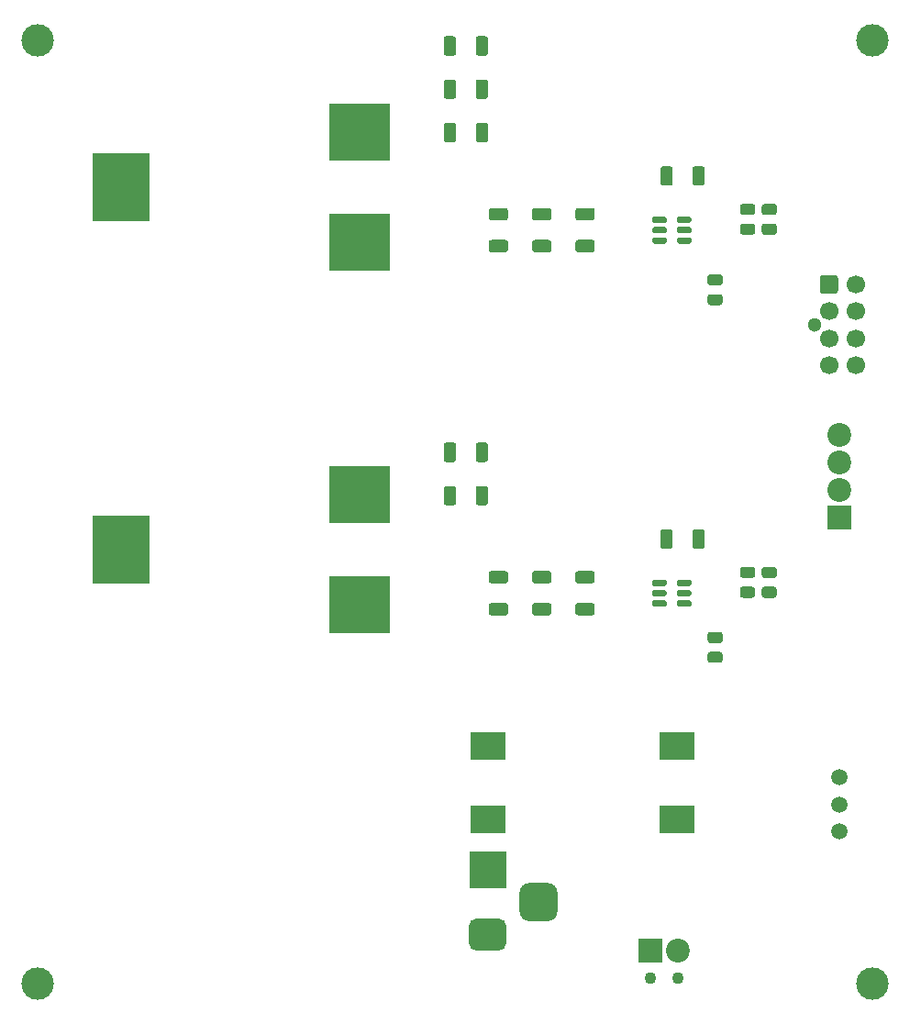
<source format=gbr>
%TF.GenerationSoftware,KiCad,Pcbnew,(5.1.8)-1*%
%TF.CreationDate,2021-03-29T13:59:47+02:00*%
%TF.ProjectId,GCM_powerSupply,47434d5f-706f-4776-9572-537570706c79,V1.0*%
%TF.SameCoordinates,PX43b5fc0PY29020c0*%
%TF.FileFunction,Soldermask,Top*%
%TF.FilePolarity,Negative*%
%FSLAX46Y46*%
G04 Gerber Fmt 4.6, Leading zero omitted, Abs format (unit mm)*
G04 Created by KiCad (PCBNEW (5.1.8)-1) date 2021-03-29 13:59:47*
%MOMM*%
%LPD*%
G01*
G04 APERTURE LIST*
%ADD10R,3.300000X2.500000*%
%ADD11R,2.200000X2.200000*%
%ADD12C,1.100000*%
%ADD13C,2.200000*%
%ADD14R,3.500000X3.500000*%
%ADD15C,1.700000*%
%ADD16C,1.300000*%
%ADD17R,5.280000X6.350000*%
%ADD18R,5.590000X5.330000*%
%ADD19C,3.000000*%
%ADD20C,1.500000*%
G04 APERTURE END LIST*
%TO.C,C1*%
G36*
G01*
X47150001Y-54100000D02*
X45849999Y-54100000D01*
G75*
G02*
X45600000Y-53850001I0J249999D01*
G01*
X45600000Y-53199999D01*
G75*
G02*
X45849999Y-52950000I249999J0D01*
G01*
X47150001Y-52950000D01*
G75*
G02*
X47400000Y-53199999I0J-249999D01*
G01*
X47400000Y-53850001D01*
G75*
G02*
X47150001Y-54100000I-249999J0D01*
G01*
G37*
G36*
G01*
X47150001Y-57050000D02*
X45849999Y-57050000D01*
G75*
G02*
X45600000Y-56800001I0J249999D01*
G01*
X45600000Y-56149999D01*
G75*
G02*
X45849999Y-55900000I249999J0D01*
G01*
X47150001Y-55900000D01*
G75*
G02*
X47400000Y-56149999I0J-249999D01*
G01*
X47400000Y-56800001D01*
G75*
G02*
X47150001Y-57050000I-249999J0D01*
G01*
G37*
%TD*%
%TO.C,C2*%
G36*
G01*
X47150001Y-23550000D02*
X45849999Y-23550000D01*
G75*
G02*
X45600000Y-23300001I0J249999D01*
G01*
X45600000Y-22649999D01*
G75*
G02*
X45849999Y-22400000I249999J0D01*
G01*
X47150001Y-22400000D01*
G75*
G02*
X47400000Y-22649999I0J-249999D01*
G01*
X47400000Y-23300001D01*
G75*
G02*
X47150001Y-23550000I-249999J0D01*
G01*
G37*
G36*
G01*
X47150001Y-20600000D02*
X45849999Y-20600000D01*
G75*
G02*
X45600000Y-20350001I0J249999D01*
G01*
X45600000Y-19699999D01*
G75*
G02*
X45849999Y-19450000I249999J0D01*
G01*
X47150001Y-19450000D01*
G75*
G02*
X47400000Y-19699999I0J-249999D01*
G01*
X47400000Y-20350001D01*
G75*
G02*
X47150001Y-20600000I-249999J0D01*
G01*
G37*
%TD*%
%TO.C,C3*%
G36*
G01*
X55150001Y-57050000D02*
X53849999Y-57050000D01*
G75*
G02*
X53600000Y-56800001I0J249999D01*
G01*
X53600000Y-56149999D01*
G75*
G02*
X53849999Y-55900000I249999J0D01*
G01*
X55150001Y-55900000D01*
G75*
G02*
X55400000Y-56149999I0J-249999D01*
G01*
X55400000Y-56800001D01*
G75*
G02*
X55150001Y-57050000I-249999J0D01*
G01*
G37*
G36*
G01*
X55150001Y-54100000D02*
X53849999Y-54100000D01*
G75*
G02*
X53600000Y-53850001I0J249999D01*
G01*
X53600000Y-53199999D01*
G75*
G02*
X53849999Y-52950000I249999J0D01*
G01*
X55150001Y-52950000D01*
G75*
G02*
X55400000Y-53199999I0J-249999D01*
G01*
X55400000Y-53850001D01*
G75*
G02*
X55150001Y-54100000I-249999J0D01*
G01*
G37*
%TD*%
%TO.C,C4*%
G36*
G01*
X55150001Y-20600000D02*
X53849999Y-20600000D01*
G75*
G02*
X53600000Y-20350001I0J249999D01*
G01*
X53600000Y-19699999D01*
G75*
G02*
X53849999Y-19450000I249999J0D01*
G01*
X55150001Y-19450000D01*
G75*
G02*
X55400000Y-19699999I0J-249999D01*
G01*
X55400000Y-20350001D01*
G75*
G02*
X55150001Y-20600000I-249999J0D01*
G01*
G37*
G36*
G01*
X55150001Y-23550000D02*
X53849999Y-23550000D01*
G75*
G02*
X53600000Y-23300001I0J249999D01*
G01*
X53600000Y-22649999D01*
G75*
G02*
X53849999Y-22400000I249999J0D01*
G01*
X55150001Y-22400000D01*
G75*
G02*
X55400000Y-22649999I0J-249999D01*
G01*
X55400000Y-23300001D01*
G75*
G02*
X55150001Y-23550000I-249999J0D01*
G01*
G37*
%TD*%
%TO.C,C5*%
G36*
G01*
X51150001Y-54100000D02*
X49849999Y-54100000D01*
G75*
G02*
X49600000Y-53850001I0J249999D01*
G01*
X49600000Y-53199999D01*
G75*
G02*
X49849999Y-52950000I249999J0D01*
G01*
X51150001Y-52950000D01*
G75*
G02*
X51400000Y-53199999I0J-249999D01*
G01*
X51400000Y-53850001D01*
G75*
G02*
X51150001Y-54100000I-249999J0D01*
G01*
G37*
G36*
G01*
X51150001Y-57050000D02*
X49849999Y-57050000D01*
G75*
G02*
X49600000Y-56800001I0J249999D01*
G01*
X49600000Y-56149999D01*
G75*
G02*
X49849999Y-55900000I249999J0D01*
G01*
X51150001Y-55900000D01*
G75*
G02*
X51400000Y-56149999I0J-249999D01*
G01*
X51400000Y-56800001D01*
G75*
G02*
X51150001Y-57050000I-249999J0D01*
G01*
G37*
%TD*%
%TO.C,C6*%
G36*
G01*
X51150001Y-23550000D02*
X49849999Y-23550000D01*
G75*
G02*
X49600000Y-23300001I0J249999D01*
G01*
X49600000Y-22649999D01*
G75*
G02*
X49849999Y-22400000I249999J0D01*
G01*
X51150001Y-22400000D01*
G75*
G02*
X51400000Y-22649999I0J-249999D01*
G01*
X51400000Y-23300001D01*
G75*
G02*
X51150001Y-23550000I-249999J0D01*
G01*
G37*
G36*
G01*
X51150001Y-20600000D02*
X49849999Y-20600000D01*
G75*
G02*
X49600000Y-20350001I0J249999D01*
G01*
X49600000Y-19699999D01*
G75*
G02*
X49849999Y-19450000I249999J0D01*
G01*
X51150001Y-19450000D01*
G75*
G02*
X51400000Y-19699999I0J-249999D01*
G01*
X51400000Y-20350001D01*
G75*
G02*
X51150001Y-20600000I-249999J0D01*
G01*
G37*
%TD*%
%TO.C,C7*%
G36*
G01*
X61450000Y-50650001D02*
X61450000Y-49349999D01*
G75*
G02*
X61699999Y-49100000I249999J0D01*
G01*
X62350001Y-49100000D01*
G75*
G02*
X62600000Y-49349999I0J-249999D01*
G01*
X62600000Y-50650001D01*
G75*
G02*
X62350001Y-50900000I-249999J0D01*
G01*
X61699999Y-50900000D01*
G75*
G02*
X61450000Y-50650001I0J249999D01*
G01*
G37*
G36*
G01*
X64400000Y-50650001D02*
X64400000Y-49349999D01*
G75*
G02*
X64649999Y-49100000I249999J0D01*
G01*
X65300001Y-49100000D01*
G75*
G02*
X65550000Y-49349999I0J-249999D01*
G01*
X65550000Y-50650001D01*
G75*
G02*
X65300001Y-50900000I-249999J0D01*
G01*
X64649999Y-50900000D01*
G75*
G02*
X64400000Y-50650001I0J249999D01*
G01*
G37*
%TD*%
%TO.C,C8*%
G36*
G01*
X64400000Y-17150001D02*
X64400000Y-15849999D01*
G75*
G02*
X64649999Y-15600000I249999J0D01*
G01*
X65300001Y-15600000D01*
G75*
G02*
X65550000Y-15849999I0J-249999D01*
G01*
X65550000Y-17150001D01*
G75*
G02*
X65300001Y-17400000I-249999J0D01*
G01*
X64649999Y-17400000D01*
G75*
G02*
X64400000Y-17150001I0J249999D01*
G01*
G37*
G36*
G01*
X61450000Y-17150001D02*
X61450000Y-15849999D01*
G75*
G02*
X61699999Y-15600000I249999J0D01*
G01*
X62350001Y-15600000D01*
G75*
G02*
X62600000Y-15849999I0J-249999D01*
G01*
X62600000Y-17150001D01*
G75*
G02*
X62350001Y-17400000I-249999J0D01*
G01*
X61699999Y-17400000D01*
G75*
G02*
X61450000Y-17150001I0J249999D01*
G01*
G37*
%TD*%
%TO.C,C9*%
G36*
G01*
X41450000Y-42650001D02*
X41450000Y-41349999D01*
G75*
G02*
X41699999Y-41100000I249999J0D01*
G01*
X42350001Y-41100000D01*
G75*
G02*
X42600000Y-41349999I0J-249999D01*
G01*
X42600000Y-42650001D01*
G75*
G02*
X42350001Y-42900000I-249999J0D01*
G01*
X41699999Y-42900000D01*
G75*
G02*
X41450000Y-42650001I0J249999D01*
G01*
G37*
G36*
G01*
X44400000Y-42650001D02*
X44400000Y-41349999D01*
G75*
G02*
X44649999Y-41100000I249999J0D01*
G01*
X45300001Y-41100000D01*
G75*
G02*
X45550000Y-41349999I0J-249999D01*
G01*
X45550000Y-42650001D01*
G75*
G02*
X45300001Y-42900000I-249999J0D01*
G01*
X44649999Y-42900000D01*
G75*
G02*
X44400000Y-42650001I0J249999D01*
G01*
G37*
%TD*%
%TO.C,C10*%
G36*
G01*
X44400000Y-5150001D02*
X44400000Y-3849999D01*
G75*
G02*
X44649999Y-3600000I249999J0D01*
G01*
X45300001Y-3600000D01*
G75*
G02*
X45550000Y-3849999I0J-249999D01*
G01*
X45550000Y-5150001D01*
G75*
G02*
X45300001Y-5400000I-249999J0D01*
G01*
X44649999Y-5400000D01*
G75*
G02*
X44400000Y-5150001I0J249999D01*
G01*
G37*
G36*
G01*
X41450000Y-5150001D02*
X41450000Y-3849999D01*
G75*
G02*
X41699999Y-3600000I249999J0D01*
G01*
X42350001Y-3600000D01*
G75*
G02*
X42600000Y-3849999I0J-249999D01*
G01*
X42600000Y-5150001D01*
G75*
G02*
X42350001Y-5400000I-249999J0D01*
G01*
X41699999Y-5400000D01*
G75*
G02*
X41450000Y-5150001I0J249999D01*
G01*
G37*
%TD*%
%TO.C,C11*%
G36*
G01*
X41450000Y-46650001D02*
X41450000Y-45349999D01*
G75*
G02*
X41699999Y-45100000I249999J0D01*
G01*
X42350001Y-45100000D01*
G75*
G02*
X42600000Y-45349999I0J-249999D01*
G01*
X42600000Y-46650001D01*
G75*
G02*
X42350001Y-46900000I-249999J0D01*
G01*
X41699999Y-46900000D01*
G75*
G02*
X41450000Y-46650001I0J249999D01*
G01*
G37*
G36*
G01*
X44400000Y-46650001D02*
X44400000Y-45349999D01*
G75*
G02*
X44649999Y-45100000I249999J0D01*
G01*
X45300001Y-45100000D01*
G75*
G02*
X45550000Y-45349999I0J-249999D01*
G01*
X45550000Y-46650001D01*
G75*
G02*
X45300001Y-46900000I-249999J0D01*
G01*
X44649999Y-46900000D01*
G75*
G02*
X44400000Y-46650001I0J249999D01*
G01*
G37*
%TD*%
%TO.C,C12*%
G36*
G01*
X41450000Y-9150001D02*
X41450000Y-7849999D01*
G75*
G02*
X41699999Y-7600000I249999J0D01*
G01*
X42350001Y-7600000D01*
G75*
G02*
X42600000Y-7849999I0J-249999D01*
G01*
X42600000Y-9150001D01*
G75*
G02*
X42350001Y-9400000I-249999J0D01*
G01*
X41699999Y-9400000D01*
G75*
G02*
X41450000Y-9150001I0J249999D01*
G01*
G37*
G36*
G01*
X44400000Y-9150001D02*
X44400000Y-7849999D01*
G75*
G02*
X44649999Y-7600000I249999J0D01*
G01*
X45300001Y-7600000D01*
G75*
G02*
X45550000Y-7849999I0J-249999D01*
G01*
X45550000Y-9150001D01*
G75*
G02*
X45300001Y-9400000I-249999J0D01*
G01*
X44649999Y-9400000D01*
G75*
G02*
X44400000Y-9150001I0J249999D01*
G01*
G37*
%TD*%
%TO.C,C13*%
G36*
G01*
X44400000Y-13150001D02*
X44400000Y-11849999D01*
G75*
G02*
X44649999Y-11600000I249999J0D01*
G01*
X45300001Y-11600000D01*
G75*
G02*
X45550000Y-11849999I0J-249999D01*
G01*
X45550000Y-13150001D01*
G75*
G02*
X45300001Y-13400000I-249999J0D01*
G01*
X44649999Y-13400000D01*
G75*
G02*
X44400000Y-13150001I0J249999D01*
G01*
G37*
G36*
G01*
X41450000Y-13150001D02*
X41450000Y-11849999D01*
G75*
G02*
X41699999Y-11600000I249999J0D01*
G01*
X42350001Y-11600000D01*
G75*
G02*
X42600000Y-11849999I0J-249999D01*
G01*
X42600000Y-13150001D01*
G75*
G02*
X42350001Y-13400000I-249999J0D01*
G01*
X41699999Y-13400000D01*
G75*
G02*
X41450000Y-13150001I0J249999D01*
G01*
G37*
%TD*%
D10*
%TO.C,D1*%
X45500000Y-75900000D03*
X45500000Y-69100000D03*
%TD*%
%TO.C,D2*%
X63000000Y-69100000D03*
X63000000Y-75900000D03*
%TD*%
D11*
%TO.C,J1*%
X60500000Y-88000000D03*
D12*
X60500000Y-90540000D03*
D13*
X63040000Y-88000000D03*
D12*
X63040000Y-90540000D03*
%TD*%
D14*
%TO.C,J2*%
X45500000Y-80500000D03*
G36*
G01*
X46500000Y-88000000D02*
X44500000Y-88000000D01*
G75*
G02*
X43750000Y-87250000I0J750000D01*
G01*
X43750000Y-85750000D01*
G75*
G02*
X44500000Y-85000000I750000J0D01*
G01*
X46500000Y-85000000D01*
G75*
G02*
X47250000Y-85750000I0J-750000D01*
G01*
X47250000Y-87250000D01*
G75*
G02*
X46500000Y-88000000I-750000J0D01*
G01*
G37*
G36*
G01*
X51075000Y-85250000D02*
X49325000Y-85250000D01*
G75*
G02*
X48450000Y-84375000I0J875000D01*
G01*
X48450000Y-82625000D01*
G75*
G02*
X49325000Y-81750000I875000J0D01*
G01*
X51075000Y-81750000D01*
G75*
G02*
X51950000Y-82625000I0J-875000D01*
G01*
X51950000Y-84375000D01*
G75*
G02*
X51075000Y-85250000I-875000J0D01*
G01*
G37*
%TD*%
%TO.C,J3*%
G36*
G01*
X76150000Y-27100000D02*
X76150000Y-25900000D01*
G75*
G02*
X76400000Y-25650000I250000J0D01*
G01*
X77600000Y-25650000D01*
G75*
G02*
X77850000Y-25900000I0J-250000D01*
G01*
X77850000Y-27100000D01*
G75*
G02*
X77600000Y-27350000I-250000J0D01*
G01*
X76400000Y-27350000D01*
G75*
G02*
X76150000Y-27100000I0J250000D01*
G01*
G37*
D15*
X77000000Y-29000000D03*
X77000000Y-31500000D03*
X77000000Y-34000000D03*
X79500000Y-26500000D03*
X79500000Y-29000000D03*
X79500000Y-31500000D03*
X79500000Y-34000000D03*
D16*
X75660000Y-30250000D03*
%TD*%
D11*
%TO.C,J4*%
X78000000Y-48000000D03*
D13*
X78000000Y-45460000D03*
X78000000Y-42920000D03*
X78000000Y-40380000D03*
%TD*%
D17*
%TO.C,L1*%
X11640000Y-51000000D03*
D18*
X33715000Y-45925000D03*
X33715000Y-56075000D03*
%TD*%
%TO.C,L2*%
X33715000Y-22575000D03*
X33715000Y-12425000D03*
D17*
X11640000Y-17500000D03*
%TD*%
%TO.C,R1*%
G36*
G01*
X66950002Y-59600000D02*
X66049998Y-59600000D01*
G75*
G02*
X65800000Y-59350002I0J249998D01*
G01*
X65800000Y-58824998D01*
G75*
G02*
X66049998Y-58575000I249998J0D01*
G01*
X66950002Y-58575000D01*
G75*
G02*
X67200000Y-58824998I0J-249998D01*
G01*
X67200000Y-59350002D01*
G75*
G02*
X66950002Y-59600000I-249998J0D01*
G01*
G37*
G36*
G01*
X66950002Y-61425000D02*
X66049998Y-61425000D01*
G75*
G02*
X65800000Y-61175002I0J249998D01*
G01*
X65800000Y-60649998D01*
G75*
G02*
X66049998Y-60400000I249998J0D01*
G01*
X66950002Y-60400000D01*
G75*
G02*
X67200000Y-60649998I0J-249998D01*
G01*
X67200000Y-61175002D01*
G75*
G02*
X66950002Y-61425000I-249998J0D01*
G01*
G37*
%TD*%
%TO.C,R2*%
G36*
G01*
X66950002Y-28425000D02*
X66049998Y-28425000D01*
G75*
G02*
X65800000Y-28175002I0J249998D01*
G01*
X65800000Y-27649998D01*
G75*
G02*
X66049998Y-27400000I249998J0D01*
G01*
X66950002Y-27400000D01*
G75*
G02*
X67200000Y-27649998I0J-249998D01*
G01*
X67200000Y-28175002D01*
G75*
G02*
X66950002Y-28425000I-249998J0D01*
G01*
G37*
G36*
G01*
X66950002Y-26600000D02*
X66049998Y-26600000D01*
G75*
G02*
X65800000Y-26350002I0J249998D01*
G01*
X65800000Y-25824998D01*
G75*
G02*
X66049998Y-25575000I249998J0D01*
G01*
X66950002Y-25575000D01*
G75*
G02*
X67200000Y-25824998I0J-249998D01*
G01*
X67200000Y-26350002D01*
G75*
G02*
X66950002Y-26600000I-249998J0D01*
G01*
G37*
%TD*%
%TO.C,R3*%
G36*
G01*
X71049998Y-54400000D02*
X71950002Y-54400000D01*
G75*
G02*
X72200000Y-54649998I0J-249998D01*
G01*
X72200000Y-55175002D01*
G75*
G02*
X71950002Y-55425000I-249998J0D01*
G01*
X71049998Y-55425000D01*
G75*
G02*
X70800000Y-55175002I0J249998D01*
G01*
X70800000Y-54649998D01*
G75*
G02*
X71049998Y-54400000I249998J0D01*
G01*
G37*
G36*
G01*
X71049998Y-52575000D02*
X71950002Y-52575000D01*
G75*
G02*
X72200000Y-52824998I0J-249998D01*
G01*
X72200000Y-53350002D01*
G75*
G02*
X71950002Y-53600000I-249998J0D01*
G01*
X71049998Y-53600000D01*
G75*
G02*
X70800000Y-53350002I0J249998D01*
G01*
X70800000Y-52824998D01*
G75*
G02*
X71049998Y-52575000I249998J0D01*
G01*
G37*
%TD*%
%TO.C,R4*%
G36*
G01*
X69950002Y-55425000D02*
X69049998Y-55425000D01*
G75*
G02*
X68800000Y-55175002I0J249998D01*
G01*
X68800000Y-54649998D01*
G75*
G02*
X69049998Y-54400000I249998J0D01*
G01*
X69950002Y-54400000D01*
G75*
G02*
X70200000Y-54649998I0J-249998D01*
G01*
X70200000Y-55175002D01*
G75*
G02*
X69950002Y-55425000I-249998J0D01*
G01*
G37*
G36*
G01*
X69950002Y-53600000D02*
X69049998Y-53600000D01*
G75*
G02*
X68800000Y-53350002I0J249998D01*
G01*
X68800000Y-52824998D01*
G75*
G02*
X69049998Y-52575000I249998J0D01*
G01*
X69950002Y-52575000D01*
G75*
G02*
X70200000Y-52824998I0J-249998D01*
G01*
X70200000Y-53350002D01*
G75*
G02*
X69950002Y-53600000I-249998J0D01*
G01*
G37*
%TD*%
%TO.C,R5*%
G36*
G01*
X71049998Y-20900000D02*
X71950002Y-20900000D01*
G75*
G02*
X72200000Y-21149998I0J-249998D01*
G01*
X72200000Y-21675002D01*
G75*
G02*
X71950002Y-21925000I-249998J0D01*
G01*
X71049998Y-21925000D01*
G75*
G02*
X70800000Y-21675002I0J249998D01*
G01*
X70800000Y-21149998D01*
G75*
G02*
X71049998Y-20900000I249998J0D01*
G01*
G37*
G36*
G01*
X71049998Y-19075000D02*
X71950002Y-19075000D01*
G75*
G02*
X72200000Y-19324998I0J-249998D01*
G01*
X72200000Y-19850002D01*
G75*
G02*
X71950002Y-20100000I-249998J0D01*
G01*
X71049998Y-20100000D01*
G75*
G02*
X70800000Y-19850002I0J249998D01*
G01*
X70800000Y-19324998D01*
G75*
G02*
X71049998Y-19075000I249998J0D01*
G01*
G37*
%TD*%
%TO.C,R6*%
G36*
G01*
X69950002Y-21925000D02*
X69049998Y-21925000D01*
G75*
G02*
X68800000Y-21675002I0J249998D01*
G01*
X68800000Y-21149998D01*
G75*
G02*
X69049998Y-20900000I249998J0D01*
G01*
X69950002Y-20900000D01*
G75*
G02*
X70200000Y-21149998I0J-249998D01*
G01*
X70200000Y-21675002D01*
G75*
G02*
X69950002Y-21925000I-249998J0D01*
G01*
G37*
G36*
G01*
X69950002Y-20100000D02*
X69049998Y-20100000D01*
G75*
G02*
X68800000Y-19850002I0J249998D01*
G01*
X68800000Y-19324998D01*
G75*
G02*
X69049998Y-19075000I249998J0D01*
G01*
X69950002Y-19075000D01*
G75*
G02*
X70200000Y-19324998I0J-249998D01*
G01*
X70200000Y-19850002D01*
G75*
G02*
X69950002Y-20100000I-249998J0D01*
G01*
G37*
%TD*%
%TO.C,U1*%
G36*
G01*
X60700000Y-54200000D02*
X60700000Y-53900000D01*
G75*
G02*
X60850000Y-53750000I150000J0D01*
G01*
X61875000Y-53750000D01*
G75*
G02*
X62025000Y-53900000I0J-150000D01*
G01*
X62025000Y-54200000D01*
G75*
G02*
X61875000Y-54350000I-150000J0D01*
G01*
X60850000Y-54350000D01*
G75*
G02*
X60700000Y-54200000I0J150000D01*
G01*
G37*
G36*
G01*
X60700000Y-55150000D02*
X60700000Y-54850000D01*
G75*
G02*
X60850000Y-54700000I150000J0D01*
G01*
X61875000Y-54700000D01*
G75*
G02*
X62025000Y-54850000I0J-150000D01*
G01*
X62025000Y-55150000D01*
G75*
G02*
X61875000Y-55300000I-150000J0D01*
G01*
X60850000Y-55300000D01*
G75*
G02*
X60700000Y-55150000I0J150000D01*
G01*
G37*
G36*
G01*
X60700000Y-56100000D02*
X60700000Y-55800000D01*
G75*
G02*
X60850000Y-55650000I150000J0D01*
G01*
X61875000Y-55650000D01*
G75*
G02*
X62025000Y-55800000I0J-150000D01*
G01*
X62025000Y-56100000D01*
G75*
G02*
X61875000Y-56250000I-150000J0D01*
G01*
X60850000Y-56250000D01*
G75*
G02*
X60700000Y-56100000I0J150000D01*
G01*
G37*
G36*
G01*
X62975000Y-56100000D02*
X62975000Y-55800000D01*
G75*
G02*
X63125000Y-55650000I150000J0D01*
G01*
X64150000Y-55650000D01*
G75*
G02*
X64300000Y-55800000I0J-150000D01*
G01*
X64300000Y-56100000D01*
G75*
G02*
X64150000Y-56250000I-150000J0D01*
G01*
X63125000Y-56250000D01*
G75*
G02*
X62975000Y-56100000I0J150000D01*
G01*
G37*
G36*
G01*
X62975000Y-55150000D02*
X62975000Y-54850000D01*
G75*
G02*
X63125000Y-54700000I150000J0D01*
G01*
X64150000Y-54700000D01*
G75*
G02*
X64300000Y-54850000I0J-150000D01*
G01*
X64300000Y-55150000D01*
G75*
G02*
X64150000Y-55300000I-150000J0D01*
G01*
X63125000Y-55300000D01*
G75*
G02*
X62975000Y-55150000I0J150000D01*
G01*
G37*
G36*
G01*
X62975000Y-54200000D02*
X62975000Y-53900000D01*
G75*
G02*
X63125000Y-53750000I150000J0D01*
G01*
X64150000Y-53750000D01*
G75*
G02*
X64300000Y-53900000I0J-150000D01*
G01*
X64300000Y-54200000D01*
G75*
G02*
X64150000Y-54350000I-150000J0D01*
G01*
X63125000Y-54350000D01*
G75*
G02*
X62975000Y-54200000I0J150000D01*
G01*
G37*
%TD*%
%TO.C,U2*%
G36*
G01*
X62975000Y-20700000D02*
X62975000Y-20400000D01*
G75*
G02*
X63125000Y-20250000I150000J0D01*
G01*
X64150000Y-20250000D01*
G75*
G02*
X64300000Y-20400000I0J-150000D01*
G01*
X64300000Y-20700000D01*
G75*
G02*
X64150000Y-20850000I-150000J0D01*
G01*
X63125000Y-20850000D01*
G75*
G02*
X62975000Y-20700000I0J150000D01*
G01*
G37*
G36*
G01*
X62975000Y-21650000D02*
X62975000Y-21350000D01*
G75*
G02*
X63125000Y-21200000I150000J0D01*
G01*
X64150000Y-21200000D01*
G75*
G02*
X64300000Y-21350000I0J-150000D01*
G01*
X64300000Y-21650000D01*
G75*
G02*
X64150000Y-21800000I-150000J0D01*
G01*
X63125000Y-21800000D01*
G75*
G02*
X62975000Y-21650000I0J150000D01*
G01*
G37*
G36*
G01*
X62975000Y-22600000D02*
X62975000Y-22300000D01*
G75*
G02*
X63125000Y-22150000I150000J0D01*
G01*
X64150000Y-22150000D01*
G75*
G02*
X64300000Y-22300000I0J-150000D01*
G01*
X64300000Y-22600000D01*
G75*
G02*
X64150000Y-22750000I-150000J0D01*
G01*
X63125000Y-22750000D01*
G75*
G02*
X62975000Y-22600000I0J150000D01*
G01*
G37*
G36*
G01*
X60700000Y-22600000D02*
X60700000Y-22300000D01*
G75*
G02*
X60850000Y-22150000I150000J0D01*
G01*
X61875000Y-22150000D01*
G75*
G02*
X62025000Y-22300000I0J-150000D01*
G01*
X62025000Y-22600000D01*
G75*
G02*
X61875000Y-22750000I-150000J0D01*
G01*
X60850000Y-22750000D01*
G75*
G02*
X60700000Y-22600000I0J150000D01*
G01*
G37*
G36*
G01*
X60700000Y-21650000D02*
X60700000Y-21350000D01*
G75*
G02*
X60850000Y-21200000I150000J0D01*
G01*
X61875000Y-21200000D01*
G75*
G02*
X62025000Y-21350000I0J-150000D01*
G01*
X62025000Y-21650000D01*
G75*
G02*
X61875000Y-21800000I-150000J0D01*
G01*
X60850000Y-21800000D01*
G75*
G02*
X60700000Y-21650000I0J150000D01*
G01*
G37*
G36*
G01*
X60700000Y-20700000D02*
X60700000Y-20400000D01*
G75*
G02*
X60850000Y-20250000I150000J0D01*
G01*
X61875000Y-20250000D01*
G75*
G02*
X62025000Y-20400000I0J-150000D01*
G01*
X62025000Y-20700000D01*
G75*
G02*
X61875000Y-20850000I-150000J0D01*
G01*
X60850000Y-20850000D01*
G75*
G02*
X60700000Y-20700000I0J150000D01*
G01*
G37*
%TD*%
D19*
%TO.C,H1*%
X4000000Y-4000000D03*
%TD*%
%TO.C,H2*%
X81000000Y-4000000D03*
%TD*%
%TO.C,H3*%
X4000000Y-91000000D03*
%TD*%
%TO.C,H4*%
X81000000Y-91000000D03*
%TD*%
D20*
%TO.C,SW1*%
X78000000Y-77000000D03*
X78000000Y-74500000D03*
X78000000Y-72000000D03*
%TD*%
M02*

</source>
